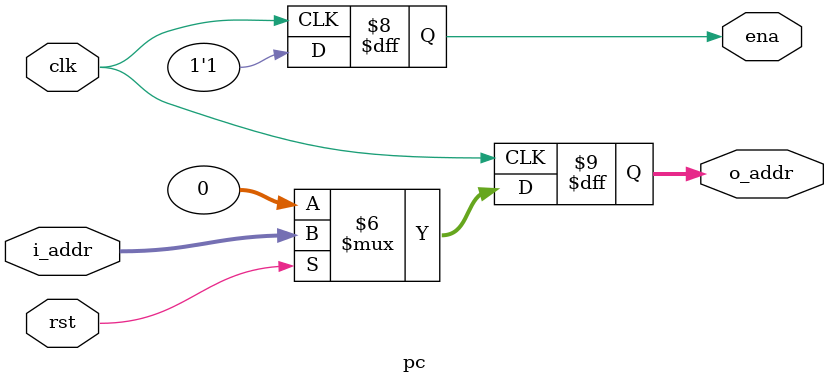
<source format=v>
`timescale 1ns / 1ps

module pc(
    input rst,
    input clk,
    
    input [31:0]i_addr,
    
    output reg ena,
    output reg [31:0]o_addr
);
    always @(posedge clk) begin
        if (~rst) begin
            o_addr=0;
            ena=1;
        end
        else begin
            o_addr=i_addr;
            ena=1;
        end
    end
endmodule
</source>
